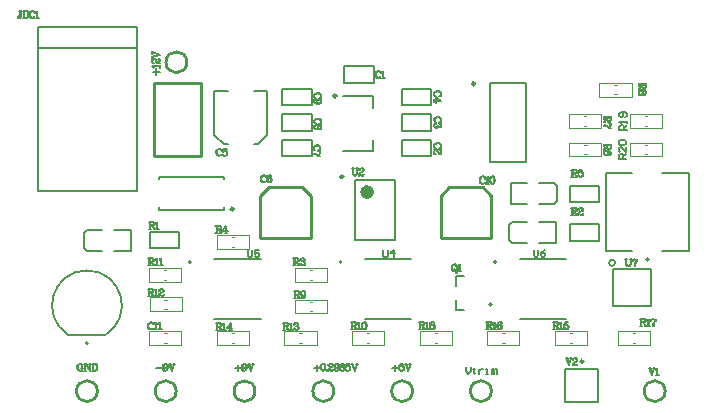
<source format=gbr>
%TF.GenerationSoftware,Altium Limited,Altium Designer,24.9.1 (31)*%
G04 Layer_Color=65535*
%FSLAX45Y45*%
%MOMM*%
%TF.SameCoordinates,1ED834A1-E46C-4F5A-A45D-C8FB9AE456DD*%
%TF.FilePolarity,Positive*%
%TF.FileFunction,Legend,Top*%
%TF.Part,Single*%
G01*
G75*
%TA.AperFunction,NonConductor*%
%ADD39C,0.25400*%
%ADD40C,0.20000*%
%ADD41C,0.60000*%
%ADD42C,0.25000*%
%ADD43C,0.12700*%
%ADD44C,0.10160*%
%ADD45C,0.17780*%
%ADD46C,0.15240*%
D39*
X1538900Y3270000D02*
G03*
X1538900Y3270000I-88900J0D01*
G01*
X1448789Y485000D02*
G03*
X1448789Y485000I-88900J0D01*
G01*
X3449937D02*
G03*
X3449937Y485000I-88900J0D01*
G01*
X2782888D02*
G03*
X2782888Y485000I-88900J0D01*
G01*
X5589112Y485000D02*
G03*
X5589112Y485000I-88900J0D01*
G01*
X4116986Y485000D02*
G03*
X4116986Y485000I-88900J0D01*
G01*
X2115839D02*
G03*
X2115839Y485000I-88900J0D01*
G01*
X781740D02*
G03*
X781740Y485000I-88900J0D01*
G01*
X2161665Y1785433D02*
X2591665D01*
X2517265Y2215433D02*
X2591665Y2141033D01*
Y1785433D02*
Y2141033D01*
X2236065Y2215433D02*
X2517265D01*
X2161665Y2141033D02*
X2236065Y2215433D01*
X2161665Y1785433D02*
Y2141033D01*
X3686987Y1785433D02*
X4116987D01*
X4042587Y2215433D02*
X4116987Y2141033D01*
Y1785433D02*
Y2141033D01*
X3761387Y2215433D02*
X4042587D01*
X3686987Y2141033D02*
X3761387Y2215433D01*
X3686987Y1785433D02*
Y2141033D01*
X1259380Y3097300D02*
X1658160D01*
X1259380Y2480080D02*
X1658160D01*
Y3097300D01*
X1259380Y2480080D02*
Y3097300D01*
D40*
X1573535Y1577843D02*
G03*
X1573535Y1577843I-10000J0D01*
G01*
X5448548Y1598564D02*
G03*
X5448548Y1598564I-10000J0D01*
G01*
X702840Y891193D02*
G03*
X702840Y891193I-10000J0D01*
G01*
X2850554Y1577843D02*
G03*
X2850554Y1577843I-10000J0D01*
G01*
X4158158Y1579509D02*
G03*
X4158158Y1579509I-10000J0D01*
G01*
X4119687Y1218172D02*
G03*
X4119687Y1218172I-10000J0D01*
G01*
X1771389Y2654881D02*
Y3024881D01*
X1851389Y2574881D02*
X1886389D01*
X1771389Y2654881D02*
X1851389Y2574881D01*
X1771389Y3024881D02*
X1886389D01*
X2106389D02*
X2221389D01*
X2141389Y2574881D02*
X2221389Y2654881D01*
X2106389Y2574881D02*
X2141389D01*
X2221389Y2654881D02*
Y3024881D01*
X2965000Y1760933D02*
X3300000D01*
X2965000Y2270933D02*
X3300000D01*
Y1760933D02*
Y2270933D01*
X2965000Y1760933D02*
Y2270933D01*
X4743456Y393400D02*
Y673400D01*
X4743457Y393400D02*
X5023456D01*
Y673399D01*
X4743456Y673400D02*
X5023456D01*
X1306840Y2278093D02*
Y2300593D01*
X1856840Y2278093D02*
Y2300593D01*
X1306840Y2020593D02*
Y2043093D01*
X1856840Y2020593D02*
Y2043093D01*
X1306840Y2300593D02*
X1856840D01*
X1306840Y2020593D02*
X1856840D01*
X3117574Y2520372D02*
Y2615372D01*
X2857574Y2520372D02*
X3117574D01*
Y2885372D02*
Y2980372D01*
X2857574D02*
X3117574D01*
X4102039Y2423562D02*
X4412039D01*
X4102039Y3093562D02*
X4412039D01*
Y2423562D02*
Y3093562D01*
X4102039Y2423562D02*
Y3093562D01*
X1255736Y3191142D02*
X1307153D01*
X1281444Y3165434D02*
Y3216851D01*
X1258592Y3224564D02*
X1255736Y3230277D01*
X1247166Y3238846D01*
X1307153D01*
X1250023Y3235990D02*
X1307153D01*
Y3224564D02*
Y3250272D01*
X1258592Y3263413D02*
X1261449Y3266269D01*
X1264305Y3263413D01*
X1261449Y3260556D01*
X1258592D01*
X1252879Y3263413D01*
X1250023Y3266269D01*
X1247166Y3274839D01*
Y3286265D01*
X1250023Y3294834D01*
X1252879Y3297691D01*
X1258592Y3300547D01*
X1264305D01*
X1270018Y3297691D01*
X1275731Y3289121D01*
X1281444Y3274839D01*
X1284301Y3269126D01*
X1290014Y3263413D01*
X1298584Y3260556D01*
X1307153D01*
X1247166Y3286265D02*
X1250023Y3291978D01*
X1252879Y3294834D01*
X1258592Y3297691D01*
X1264305D01*
X1270018Y3294834D01*
X1275731Y3286265D01*
X1281444Y3274839D01*
X1301440Y3260556D02*
X1298584Y3263413D01*
Y3269126D01*
X1304297Y3283408D01*
Y3291978D01*
X1301440Y3297691D01*
X1298584Y3300547D01*
X1292870D01*
X1298584Y3269126D02*
X1307153Y3283408D01*
Y3294834D01*
X1304297Y3297691D01*
X1298584Y3300547D01*
X1247166Y3315116D02*
X1307153Y3335111D01*
X1247166Y3317972D02*
X1298584Y3335111D01*
X1247166Y3355107D02*
X1307153Y3335111D01*
X1247166Y3309403D02*
Y3326542D01*
Y3343681D02*
Y3360820D01*
X1829287Y2528844D02*
X1832143Y2520274D01*
Y2537414D01*
X1829287Y2528844D01*
X1823574Y2534557D01*
X1815004Y2537414D01*
X1809291D01*
X1800722Y2534557D01*
X1795009Y2528844D01*
X1792152Y2523131D01*
X1789296Y2514561D01*
Y2500279D01*
X1792152Y2491709D01*
X1795009Y2485996D01*
X1800722Y2480283D01*
X1809291Y2477427D01*
X1815004D01*
X1823574Y2480283D01*
X1829287Y2485996D01*
X1832143Y2491709D01*
X1809291Y2537414D02*
X1803578Y2534557D01*
X1797865Y2528844D01*
X1795009Y2523131D01*
X1792152Y2514561D01*
Y2500279D01*
X1795009Y2491709D01*
X1797865Y2485996D01*
X1803578Y2480283D01*
X1809291Y2477427D01*
X1846426Y2537414D02*
X1840713Y2508848D01*
X1846426Y2514561D01*
X1854996Y2517418D01*
X1863565D01*
X1872135Y2514561D01*
X1877848Y2508848D01*
X1880704Y2500279D01*
Y2494566D01*
X1877848Y2485996D01*
X1872135Y2480283D01*
X1863565Y2477427D01*
X1854996D01*
X1846426Y2480283D01*
X1843570Y2483140D01*
X1840713Y2488853D01*
Y2491709D01*
X1843570Y2494566D01*
X1846426Y2491709D01*
X1843570Y2488853D01*
X1863565Y2517418D02*
X1869278Y2514561D01*
X1874991Y2508848D01*
X1877848Y2500279D01*
Y2494566D01*
X1874991Y2485996D01*
X1869278Y2480283D01*
X1863565Y2477427D01*
X1846426Y2537414D02*
X1874991D01*
X1846426Y2534557D02*
X1860709D01*
X1874991Y2537414D01*
X1250932Y1059892D02*
X1253788Y1051323D01*
Y1068462D01*
X1250932Y1059892D01*
X1245219Y1065605D01*
X1236649Y1068462D01*
X1230936D01*
X1222367Y1065605D01*
X1216654Y1059892D01*
X1213797Y1054179D01*
X1210941Y1045610D01*
Y1031327D01*
X1213797Y1022757D01*
X1216654Y1017044D01*
X1222367Y1011331D01*
X1230936Y1008475D01*
X1236649D01*
X1245219Y1011331D01*
X1250932Y1017044D01*
X1253788Y1022757D01*
X1230936Y1068462D02*
X1225223Y1065605D01*
X1219510Y1059892D01*
X1216654Y1054179D01*
X1213797Y1045610D01*
Y1031327D01*
X1216654Y1022757D01*
X1219510Y1017044D01*
X1225223Y1011331D01*
X1230936Y1008475D01*
X1262358Y1057036D02*
X1268071Y1059892D01*
X1276641Y1068462D01*
Y1008475D01*
X1273784Y1065605D02*
Y1008475D01*
X1262358D02*
X1288067D01*
X1298350Y1057036D02*
X1304063Y1059892D01*
X1312633Y1068462D01*
Y1008475D01*
X1309777Y1065605D02*
Y1008475D01*
X1298350D02*
X1324059D01*
X1277620Y683608D02*
X1329037D01*
X1373885Y697891D02*
X1371029Y689322D01*
X1365316Y683608D01*
X1356746Y680752D01*
X1353889D01*
X1345320Y683608D01*
X1339607Y689322D01*
X1336750Y697891D01*
Y700748D01*
X1339607Y709317D01*
X1345320Y715030D01*
X1353889Y717887D01*
X1359602D01*
X1368172Y715030D01*
X1373885Y709317D01*
X1376741Y700748D01*
Y683608D01*
X1373885Y672183D01*
X1371029Y666469D01*
X1365316Y660756D01*
X1356746Y657900D01*
X1348176D01*
X1342463Y660756D01*
X1339607Y666469D01*
Y669326D01*
X1342463Y672183D01*
X1345320Y669326D01*
X1342463Y666469D01*
X1353889Y680752D02*
X1348176Y683608D01*
X1342463Y689322D01*
X1339607Y697891D01*
Y700748D01*
X1342463Y709317D01*
X1348176Y715030D01*
X1353889Y717887D01*
X1359602D02*
X1365316Y715030D01*
X1371029Y709317D01*
X1373885Y700748D01*
Y683608D01*
X1371029Y672183D01*
X1368172Y666469D01*
X1362459Y660756D01*
X1356746Y657900D01*
X1391310Y717887D02*
X1411305Y657900D01*
X1394166Y717887D02*
X1411305Y666469D01*
X1431301Y717887D02*
X1411305Y657900D01*
X1385597Y717887D02*
X1402736D01*
X1419875D02*
X1437014D01*
X132072Y3704927D02*
Y3656366D01*
X129216Y3647796D01*
X123503Y3644940D01*
X117789D01*
X112076Y3647796D01*
X109220Y3653509D01*
Y3659223D01*
X112076Y3662079D01*
X114933Y3659223D01*
X112076Y3656366D01*
X129216Y3704927D02*
Y3656366D01*
X126359Y3647796D01*
X123503Y3644940D01*
X120646Y3704927D02*
X140642D01*
X158923D02*
Y3644940D01*
X161780Y3704927D02*
Y3644940D01*
X150354Y3704927D02*
X178919D01*
X187489Y3702070D01*
X193202Y3696357D01*
X196059Y3690644D01*
X198915Y3682075D01*
Y3667792D01*
X196059Y3659223D01*
X193202Y3653509D01*
X187489Y3647796D01*
X178919Y3644940D01*
X150354D01*
X178919Y3704927D02*
X184632Y3702070D01*
X190345Y3696357D01*
X193202Y3690644D01*
X196059Y3682075D01*
Y3667792D01*
X193202Y3659223D01*
X190345Y3653509D01*
X184632Y3647796D01*
X178919Y3644940D01*
X246905Y3696357D02*
X249761Y3687788D01*
Y3704927D01*
X246905Y3696357D01*
X241192Y3702070D01*
X232622Y3704927D01*
X226909D01*
X218339Y3702070D01*
X212626Y3696357D01*
X209770Y3690644D01*
X206913Y3682075D01*
Y3667792D01*
X209770Y3659223D01*
X212626Y3653509D01*
X218339Y3647796D01*
X226909Y3644940D01*
X232622D01*
X241192Y3647796D01*
X246905Y3653509D01*
X249761Y3659223D01*
X226909Y3704927D02*
X221196Y3702070D01*
X215483Y3696357D01*
X212626Y3690644D01*
X209770Y3682075D01*
Y3667792D01*
X212626Y3659223D01*
X215483Y3653509D01*
X221196Y3647796D01*
X226909Y3644940D01*
X258331Y3693501D02*
X264044Y3696357D01*
X272613Y3704927D01*
Y3644940D01*
X269757Y3702070D02*
Y3644940D01*
X258331D02*
X284039D01*
X2052516Y1677490D02*
Y1627507D01*
X2062513Y1617510D01*
X2082507D01*
X2092503Y1627507D01*
Y1677490D01*
X2152484D02*
X2112497D01*
Y1647500D01*
X2132491Y1657497D01*
X2142487D01*
X2152484Y1647500D01*
Y1627507D01*
X2142487Y1617510D01*
X2122494D01*
X2112497Y1627507D01*
X5253593Y2451785D02*
X5193613D01*
Y2481775D01*
X5203610Y2491772D01*
X5223603D01*
X5233600Y2481775D01*
Y2451785D01*
Y2471779D02*
X5253593Y2491772D01*
Y2551753D02*
Y2511766D01*
X5213606Y2551753D01*
X5203610D01*
X5193613Y2541756D01*
Y2521762D01*
X5203610Y2511766D01*
Y2571746D02*
X5193613Y2581743D01*
Y2601736D01*
X5203610Y2611733D01*
X5243597D01*
X5253593Y2601736D01*
Y2581743D01*
X5243597Y2571746D01*
X5203610D01*
X5261093Y2695388D02*
X5201113D01*
Y2725378D01*
X5211110Y2735375D01*
X5231103D01*
X5241100Y2725378D01*
Y2695388D01*
Y2715381D02*
X5261093Y2735375D01*
Y2755368D02*
Y2775362D01*
Y2765365D01*
X5201113D01*
X5211110Y2755368D01*
X5251097Y2805352D02*
X5261093Y2815348D01*
Y2835342D01*
X5251097Y2845339D01*
X5211110D01*
X5201113Y2835342D01*
Y2815348D01*
X5211110Y2805352D01*
X5221106D01*
X5231103Y2815348D01*
Y2845339D01*
X3902542Y692490D02*
Y652503D01*
X3922536Y632510D01*
X3942529Y652503D01*
Y692490D01*
X3972520Y682493D02*
Y672497D01*
X3962523D01*
X3982517D01*
X3972520D01*
Y642506D01*
X3982517Y632510D01*
X4012507Y672497D02*
Y632510D01*
Y652503D01*
X4022503Y662500D01*
X4032500Y672497D01*
X4042497D01*
X4072487Y632510D02*
X4092481D01*
X4082484D01*
Y672497D01*
X4072487D01*
X4122471Y632510D02*
Y672497D01*
X4132467D01*
X4142464Y662500D01*
Y632510D01*
Y662500D01*
X4152461Y672497D01*
X4162458Y662500D01*
Y632510D01*
X4474674Y1684000D02*
Y1634016D01*
X4484671Y1624019D01*
X4504665D01*
X4514661Y1634016D01*
Y1684000D01*
X4574642D02*
X4554648Y1674003D01*
X4534655Y1654010D01*
Y1634016D01*
X4544652Y1624019D01*
X4564645D01*
X4574642Y1634016D01*
Y1644013D01*
X4564645Y1654010D01*
X4534655D01*
X3201587Y1682195D02*
Y1632211D01*
X3211583Y1622214D01*
X3231577D01*
X3241574Y1632211D01*
Y1682195D01*
X3291558Y1622214D02*
Y1682195D01*
X3261567Y1652205D01*
X3301554D01*
X5455608Y677561D02*
X5475603Y617574D01*
X5458464Y677561D02*
X5475603Y626143D01*
X5495599Y677561D02*
X5475603Y617574D01*
X5449895Y677561D02*
X5467034D01*
X5484173D02*
X5501312D01*
X5509025Y666135D02*
X5514738Y668991D01*
X5523308Y677561D01*
Y617574D01*
X5520451Y674704D02*
Y617574D01*
X5509025D02*
X5534734D01*
X5257051Y1601976D02*
Y1559129D01*
X5259908Y1550559D01*
X5265621Y1544846D01*
X5274190Y1541990D01*
X5279904D01*
X5288473Y1544846D01*
X5294186Y1550559D01*
X5297043Y1559129D01*
Y1601976D01*
X5259908D02*
Y1559129D01*
X5262764Y1550559D01*
X5268477Y1544846D01*
X5274190Y1541990D01*
X5248482Y1601976D02*
X5268477D01*
X5288473D02*
X5305612D01*
X5312754D02*
Y1584837D01*
Y1590551D02*
X5315610Y1596264D01*
X5321323Y1601976D01*
X5327036D01*
X5341319Y1593407D01*
X5347032D01*
X5349888Y1596264D01*
X5352745Y1601976D01*
X5315610Y1596264D02*
X5321323Y1599120D01*
X5327036D01*
X5341319Y1593407D01*
X5352745Y1601976D02*
Y1593407D01*
X5349888Y1584837D01*
X5338462Y1570555D01*
X5335606Y1564842D01*
X5332749Y1556272D01*
Y1541990D01*
X5349888Y1584837D02*
X5335606Y1570555D01*
X5332749Y1564842D01*
X5329893Y1556272D01*
Y1541990D01*
X2941438Y2370834D02*
Y2327986D01*
X2944295Y2319417D01*
X2950008Y2313704D01*
X2958577Y2310847D01*
X2964290D01*
X2972860Y2313704D01*
X2978573Y2319417D01*
X2981429Y2327986D01*
Y2370834D01*
X2944295D02*
Y2327986D01*
X2947151Y2319417D01*
X2952864Y2313704D01*
X2958577Y2310847D01*
X2932868Y2370834D02*
X2952864D01*
X2972860D02*
X2989999D01*
X2999997Y2359408D02*
X3002853Y2356552D01*
X2999997Y2353695D01*
X2997140Y2356552D01*
Y2359408D01*
X2999997Y2365121D01*
X3002853Y2367978D01*
X3011423Y2370834D01*
X3022849D01*
X3031419Y2367978D01*
X3034275Y2365121D01*
X3037132Y2359408D01*
Y2353695D01*
X3034275Y2347982D01*
X3025706Y2342269D01*
X3011423Y2336556D01*
X3005710Y2333699D01*
X2999997Y2327986D01*
X2997140Y2319417D01*
Y2310847D01*
X3022849Y2370834D02*
X3028562Y2367978D01*
X3031419Y2365121D01*
X3034275Y2359408D01*
Y2353695D01*
X3031419Y2347982D01*
X3022849Y2342269D01*
X3011423Y2336556D01*
X2997140Y2316560D02*
X2999997Y2319417D01*
X3005710D01*
X3019992Y2313704D01*
X3028562D01*
X3034275Y2316560D01*
X3037132Y2319417D01*
Y2325130D01*
X3005710Y2319417D02*
X3019992Y2310847D01*
X3031419D01*
X3034275Y2313704D01*
X3037132Y2319417D01*
X3510083Y1072494D02*
Y1012507D01*
X3512939Y1072494D02*
Y1012507D01*
X3501513Y1072494D02*
X3535792D01*
X3544361Y1069637D01*
X3547218Y1066781D01*
X3550074Y1061068D01*
Y1055355D01*
X3547218Y1049642D01*
X3544361Y1046785D01*
X3535792Y1043929D01*
X3512939D01*
X3535792Y1072494D02*
X3541504Y1069637D01*
X3544361Y1066781D01*
X3547218Y1061068D01*
Y1055355D01*
X3544361Y1049642D01*
X3541504Y1046785D01*
X3535792Y1043929D01*
X3501513Y1012507D02*
X3521509D01*
X3527222Y1043929D02*
X3532935Y1041072D01*
X3535792Y1038215D01*
X3544361Y1018220D01*
X3547218Y1015363D01*
X3550074D01*
X3552931Y1018220D01*
X3532935Y1041072D02*
X3535792Y1035359D01*
X3541504Y1015363D01*
X3544361Y1012507D01*
X3550074D01*
X3552931Y1018220D01*
Y1021076D01*
X3560643Y1061068D02*
X3566356Y1063924D01*
X3574926Y1072494D01*
Y1012507D01*
X3572070Y1069637D02*
Y1012507D01*
X3560643D02*
X3586352D01*
X3610918Y1072494D02*
X3602349Y1069637D01*
X3599492Y1063924D01*
Y1055355D01*
X3602349Y1049642D01*
X3610918Y1046785D01*
X3622344D01*
X3630914Y1049642D01*
X3633770Y1055355D01*
Y1063924D01*
X3630914Y1069637D01*
X3622344Y1072494D01*
X3610918D01*
X3605205Y1069637D01*
X3602349Y1063924D01*
Y1055355D01*
X3605205Y1049642D01*
X3610918Y1046785D01*
X3622344D02*
X3628058Y1049642D01*
X3630914Y1055355D01*
Y1063924D01*
X3628058Y1069637D01*
X3622344Y1072494D01*
X3610918Y1046785D02*
X3602349Y1043929D01*
X3599492Y1041072D01*
X3596636Y1035359D01*
Y1023933D01*
X3599492Y1018220D01*
X3602349Y1015363D01*
X3610918Y1012507D01*
X3622344D01*
X3630914Y1015363D01*
X3633770Y1018220D01*
X3636627Y1023933D01*
Y1035359D01*
X3633770Y1041072D01*
X3630914Y1043929D01*
X3622344Y1046785D01*
X3610918D02*
X3605205Y1043929D01*
X3602349Y1041072D01*
X3599492Y1035359D01*
Y1023933D01*
X3602349Y1018220D01*
X3605205Y1015363D01*
X3610918Y1012507D01*
X3622344D02*
X3628058Y1015363D01*
X3630914Y1018220D01*
X3633770Y1023933D01*
Y1035359D01*
X3630914Y1041072D01*
X3628058Y1043929D01*
X3622344Y1046785D01*
X5383650Y1099674D02*
Y1039687D01*
X5386507Y1099674D02*
Y1039687D01*
X5375081Y1099674D02*
X5409359D01*
X5417929Y1096817D01*
X5420785Y1093961D01*
X5423642Y1088248D01*
Y1082535D01*
X5420785Y1076822D01*
X5417929Y1073965D01*
X5409359Y1071109D01*
X5386507D01*
X5409359Y1099674D02*
X5415072Y1096817D01*
X5417929Y1093961D01*
X5420785Y1088248D01*
Y1082535D01*
X5417929Y1076822D01*
X5415072Y1073965D01*
X5409359Y1071109D01*
X5375081Y1039687D02*
X5395077D01*
X5400790Y1071109D02*
X5406503Y1068252D01*
X5409359Y1065395D01*
X5417929Y1045400D01*
X5420785Y1042543D01*
X5423642D01*
X5426498Y1045400D01*
X5406503Y1068252D02*
X5409359Y1062539D01*
X5415072Y1042543D01*
X5417929Y1039687D01*
X5423642D01*
X5426498Y1045400D01*
Y1048256D01*
X5434211Y1088248D02*
X5439924Y1091104D01*
X5448494Y1099674D01*
Y1039687D01*
X5445637Y1096817D02*
Y1039687D01*
X5434211D02*
X5459920D01*
X5470203Y1099674D02*
Y1082535D01*
Y1088248D02*
X5473060Y1093961D01*
X5478773Y1099674D01*
X5484486D01*
X5498769Y1091104D01*
X5504482D01*
X5507338Y1093961D01*
X5510195Y1099674D01*
X5473060Y1093961D02*
X5478773Y1096817D01*
X5484486D01*
X5498769Y1091104D01*
X5510195Y1099674D02*
Y1091104D01*
X5507338Y1082535D01*
X5495912Y1068252D01*
X5493056Y1062539D01*
X5490199Y1053969D01*
Y1039687D01*
X5507338Y1082535D02*
X5493056Y1068252D01*
X5490199Y1062539D01*
X5487343Y1053969D01*
Y1039687D01*
X4081378Y1069994D02*
Y1010007D01*
X4084235Y1069994D02*
Y1010007D01*
X4072809Y1069994D02*
X4107087D01*
X4115657Y1067137D01*
X4118513Y1064281D01*
X4121370Y1058568D01*
Y1052854D01*
X4118513Y1047141D01*
X4115657Y1044285D01*
X4107087Y1041428D01*
X4084235D01*
X4107087Y1069994D02*
X4112800Y1067137D01*
X4115657Y1064281D01*
X4118513Y1058568D01*
Y1052854D01*
X4115657Y1047141D01*
X4112800Y1044285D01*
X4107087Y1041428D01*
X4072809Y1010007D02*
X4092805D01*
X4098518Y1041428D02*
X4104231Y1038572D01*
X4107087Y1035715D01*
X4115657Y1015720D01*
X4118513Y1012863D01*
X4121370D01*
X4124226Y1015720D01*
X4104231Y1038572D02*
X4107087Y1032859D01*
X4112800Y1012863D01*
X4115657Y1010007D01*
X4121370D01*
X4124226Y1015720D01*
Y1018576D01*
X4131939Y1058568D02*
X4137652Y1061424D01*
X4146222Y1069994D01*
Y1010007D01*
X4143365Y1067137D02*
Y1010007D01*
X4131939D02*
X4157648D01*
X4202210Y1061424D02*
X4199353Y1058568D01*
X4202210Y1055711D01*
X4205066Y1058568D01*
Y1061424D01*
X4202210Y1067137D01*
X4196497Y1069994D01*
X4187927D01*
X4179358Y1067137D01*
X4173644Y1061424D01*
X4170788Y1055711D01*
X4167931Y1044285D01*
Y1027146D01*
X4170788Y1018576D01*
X4176501Y1012863D01*
X4185071Y1010007D01*
X4190784D01*
X4199353Y1012863D01*
X4205066Y1018576D01*
X4207923Y1027146D01*
Y1030002D01*
X4205066Y1038572D01*
X4199353Y1044285D01*
X4190784Y1047141D01*
X4187927D01*
X4179358Y1044285D01*
X4173644Y1038572D01*
X4170788Y1030002D01*
X4187927Y1069994D02*
X4182214Y1067137D01*
X4176501Y1061424D01*
X4173644Y1055711D01*
X4170788Y1044285D01*
Y1027146D01*
X4173644Y1018576D01*
X4179358Y1012863D01*
X4185071Y1010007D01*
X4190784D02*
X4196497Y1012863D01*
X4202210Y1018576D01*
X4205066Y1027146D01*
Y1030002D01*
X4202210Y1038572D01*
X4196497Y1044285D01*
X4190784Y1047141D01*
X1790460Y1059686D02*
Y999699D01*
X1793317Y1059686D02*
Y999699D01*
X1781891Y1059686D02*
X1816169D01*
X1824739Y1056829D01*
X1827595Y1053973D01*
X1830452Y1048260D01*
Y1042547D01*
X1827595Y1036834D01*
X1824739Y1033977D01*
X1816169Y1031121D01*
X1793317D01*
X1816169Y1059686D02*
X1821882Y1056829D01*
X1824739Y1053973D01*
X1827595Y1048260D01*
Y1042547D01*
X1824739Y1036834D01*
X1821882Y1033977D01*
X1816169Y1031121D01*
X1781891Y999699D02*
X1801886D01*
X1807599Y1031121D02*
X1813313Y1028264D01*
X1816169Y1025408D01*
X1824739Y1005412D01*
X1827595Y1002556D01*
X1830452D01*
X1833308Y1005412D01*
X1813313Y1028264D02*
X1816169Y1022551D01*
X1821882Y1002556D01*
X1824739Y999699D01*
X1830452D01*
X1833308Y1005412D01*
Y1008268D01*
X1841021Y1048260D02*
X1846734Y1051117D01*
X1855304Y1059686D01*
Y999699D01*
X1852447Y1056829D02*
Y999699D01*
X1841021D02*
X1866730D01*
X1905579Y1053973D02*
Y999699D01*
X1922718Y1016838D02*
X1877013D01*
X1908435Y1059686D01*
Y999699D01*
X1897009D02*
X1917005D01*
X4645097Y1068461D02*
Y1008474D01*
X4647954Y1068461D02*
Y1008474D01*
X4636527Y1068461D02*
X4670806D01*
X4679375Y1065605D01*
X4682232Y1062748D01*
X4685088Y1057035D01*
Y1051322D01*
X4682232Y1045609D01*
X4679375Y1042753D01*
X4670806Y1039896D01*
X4647954D01*
X4670806Y1068461D02*
X4676519Y1065605D01*
X4679375Y1062748D01*
X4682232Y1057035D01*
Y1051322D01*
X4679375Y1045609D01*
X4676519Y1042753D01*
X4670806Y1039896D01*
X4636527Y1008474D02*
X4656523D01*
X4662236Y1039896D02*
X4667949Y1037040D01*
X4670806Y1034183D01*
X4679375Y1014187D01*
X4682232Y1011331D01*
X4685088D01*
X4687945Y1014187D01*
X4667949Y1037040D02*
X4670806Y1031326D01*
X4676519Y1011331D01*
X4679375Y1008474D01*
X4685088D01*
X4687945Y1014187D01*
Y1017044D01*
X4695658Y1057035D02*
X4701371Y1059892D01*
X4709940Y1068461D01*
Y1008474D01*
X4707084Y1065605D02*
Y1008474D01*
X4695658D02*
X4721366D01*
X4737363Y1068461D02*
X4731650Y1039896D01*
X4737363Y1045609D01*
X4745933Y1048466D01*
X4754502D01*
X4763072Y1045609D01*
X4768785Y1039896D01*
X4771641Y1031326D01*
Y1025613D01*
X4768785Y1017044D01*
X4763072Y1011331D01*
X4754502Y1008474D01*
X4745933D01*
X4737363Y1011331D01*
X4734506Y1014187D01*
X4731650Y1019900D01*
Y1022757D01*
X4734506Y1025613D01*
X4737363Y1022757D01*
X4734506Y1019900D01*
X4754502Y1048466D02*
X4760215Y1045609D01*
X4765928Y1039896D01*
X4768785Y1031326D01*
Y1025613D01*
X4765928Y1017044D01*
X4760215Y1011331D01*
X4754502Y1008474D01*
X4737363Y1068461D02*
X4765928D01*
X4737363Y1065605D02*
X4751646D01*
X4765928Y1068461D01*
X2358276Y1064686D02*
Y1004699D01*
X2361133Y1064686D02*
Y1004699D01*
X2349707Y1064686D02*
X2383985D01*
X2392554Y1061829D01*
X2395411Y1058973D01*
X2398267Y1053260D01*
Y1047547D01*
X2395411Y1041834D01*
X2392554Y1038977D01*
X2383985Y1036121D01*
X2361133D01*
X2383985Y1064686D02*
X2389698Y1061829D01*
X2392554Y1058973D01*
X2395411Y1053260D01*
Y1047547D01*
X2392554Y1041834D01*
X2389698Y1038977D01*
X2383985Y1036121D01*
X2349707Y1004699D02*
X2369702D01*
X2375415Y1036121D02*
X2381128Y1033264D01*
X2383985Y1030408D01*
X2392554Y1010412D01*
X2395411Y1007556D01*
X2398267D01*
X2401124Y1010412D01*
X2381128Y1033264D02*
X2383985Y1027551D01*
X2389698Y1007556D01*
X2392554Y1004699D01*
X2398267D01*
X2401124Y1010412D01*
Y1013268D01*
X2408837Y1053260D02*
X2414550Y1056117D01*
X2423119Y1064686D01*
Y1004699D01*
X2420263Y1061829D02*
Y1004699D01*
X2408837D02*
X2434545D01*
X2447685Y1053260D02*
X2450542Y1050404D01*
X2447685Y1047547D01*
X2444829Y1050404D01*
Y1053260D01*
X2447685Y1058973D01*
X2450542Y1061829D01*
X2459112Y1064686D01*
X2470538D01*
X2479107Y1061829D01*
X2481964Y1056117D01*
Y1047547D01*
X2479107Y1041834D01*
X2470538Y1038977D01*
X2461968D01*
X2470538Y1064686D02*
X2476251Y1061829D01*
X2479107Y1056117D01*
Y1047547D01*
X2476251Y1041834D01*
X2470538Y1038977D01*
X2476251Y1036121D01*
X2481964Y1030408D01*
X2484820Y1024695D01*
Y1016125D01*
X2481964Y1010412D01*
X2479107Y1007556D01*
X2470538Y1004699D01*
X2459112D01*
X2450542Y1007556D01*
X2447685Y1010412D01*
X2444829Y1016125D01*
Y1018982D01*
X2447685Y1021838D01*
X2450542Y1018982D01*
X2447685Y1016125D01*
X2479107Y1033264D02*
X2481964Y1024695D01*
Y1016125D01*
X2479107Y1010412D01*
X2476251Y1007556D01*
X2470538Y1004699D01*
X1216013Y1349993D02*
Y1290007D01*
X1218869Y1349993D02*
Y1290007D01*
X1207443Y1349993D02*
X1241721D01*
X1250291Y1347137D01*
X1253148Y1344281D01*
X1256004Y1338568D01*
Y1332854D01*
X1253148Y1327141D01*
X1250291Y1324285D01*
X1241721Y1321428D01*
X1218869D01*
X1241721Y1349993D02*
X1247434Y1347137D01*
X1250291Y1344281D01*
X1253148Y1338568D01*
Y1332854D01*
X1250291Y1327141D01*
X1247434Y1324285D01*
X1241721Y1321428D01*
X1207443Y1290007D02*
X1227439D01*
X1233152Y1321428D02*
X1238865Y1318572D01*
X1241721Y1315715D01*
X1250291Y1295720D01*
X1253148Y1292863D01*
X1256004D01*
X1258861Y1295720D01*
X1238865Y1318572D02*
X1241721Y1312859D01*
X1247434Y1292863D01*
X1250291Y1290007D01*
X1256004D01*
X1258861Y1295720D01*
Y1298576D01*
X1266573Y1338568D02*
X1272286Y1341424D01*
X1280856Y1349993D01*
Y1290007D01*
X1277999Y1347137D02*
Y1290007D01*
X1266573D02*
X1292282D01*
X1305422Y1338568D02*
X1308279Y1335711D01*
X1305422Y1332854D01*
X1302566Y1335711D01*
Y1338568D01*
X1305422Y1344281D01*
X1308279Y1347137D01*
X1316848Y1349993D01*
X1328274D01*
X1336844Y1347137D01*
X1339700Y1344281D01*
X1342557Y1338568D01*
Y1332854D01*
X1339700Y1327141D01*
X1331131Y1321428D01*
X1316848Y1315715D01*
X1311135Y1312859D01*
X1305422Y1307146D01*
X1302566Y1298576D01*
Y1290007D01*
X1328274Y1349993D02*
X1333987Y1347137D01*
X1336844Y1344281D01*
X1339700Y1338568D01*
Y1332854D01*
X1336844Y1327141D01*
X1328274Y1321428D01*
X1316848Y1315715D01*
X1302566Y1295720D02*
X1305422Y1298576D01*
X1311135D01*
X1325418Y1292863D01*
X1333987D01*
X1339700Y1295720D01*
X1342557Y1298576D01*
Y1304289D01*
X1311135Y1298576D02*
X1325418Y1290007D01*
X1336844D01*
X1339700Y1292863D01*
X1342557Y1298576D01*
X1220654Y1609993D02*
Y1550007D01*
X1223511Y1609993D02*
Y1550007D01*
X1212085Y1609993D02*
X1246363D01*
X1254932Y1607137D01*
X1257789Y1604281D01*
X1260646Y1598568D01*
Y1592854D01*
X1257789Y1587141D01*
X1254932Y1584285D01*
X1246363Y1581428D01*
X1223511D01*
X1246363Y1609993D02*
X1252076Y1607137D01*
X1254932Y1604281D01*
X1257789Y1598568D01*
Y1592854D01*
X1254932Y1587141D01*
X1252076Y1584285D01*
X1246363Y1581428D01*
X1212085Y1550007D02*
X1232080D01*
X1237793Y1581428D02*
X1243507Y1578572D01*
X1246363Y1575715D01*
X1254932Y1555720D01*
X1257789Y1552863D01*
X1260646D01*
X1263502Y1555720D01*
X1243507Y1578572D02*
X1246363Y1572859D01*
X1252076Y1552863D01*
X1254932Y1550007D01*
X1260646D01*
X1263502Y1555720D01*
Y1558576D01*
X1271215Y1598568D02*
X1276928Y1601424D01*
X1285498Y1609993D01*
Y1550007D01*
X1282641Y1607137D02*
Y1550007D01*
X1271215D02*
X1296923D01*
X1307207Y1598568D02*
X1312920Y1601424D01*
X1321490Y1609993D01*
Y1550007D01*
X1318633Y1607137D02*
Y1550007D01*
X1307207D02*
X1332916D01*
X2933513Y1067494D02*
Y1007507D01*
X2936369Y1067494D02*
Y1007507D01*
X2924943Y1067494D02*
X2959221D01*
X2967791Y1064637D01*
X2970648Y1061781D01*
X2973504Y1056068D01*
Y1050355D01*
X2970648Y1044642D01*
X2967791Y1041785D01*
X2959221Y1038929D01*
X2936369D01*
X2959221Y1067494D02*
X2964934Y1064637D01*
X2967791Y1061781D01*
X2970648Y1056068D01*
Y1050355D01*
X2967791Y1044642D01*
X2964934Y1041785D01*
X2959221Y1038929D01*
X2924943Y1007507D02*
X2944939D01*
X2950652Y1038929D02*
X2956365Y1036072D01*
X2959221Y1033215D01*
X2967791Y1013220D01*
X2970648Y1010363D01*
X2973504D01*
X2976361Y1013220D01*
X2956365Y1036072D02*
X2959221Y1030359D01*
X2964934Y1010363D01*
X2967791Y1007507D01*
X2973504D01*
X2976361Y1013220D01*
Y1016076D01*
X2984073Y1056068D02*
X2989786Y1058924D01*
X2998356Y1067494D01*
Y1007507D01*
X2995499Y1064637D02*
Y1007507D01*
X2984073D02*
X3009782D01*
X3037205Y1067494D02*
X3028635Y1064637D01*
X3022922Y1056068D01*
X3020066Y1041785D01*
Y1033215D01*
X3022922Y1018933D01*
X3028635Y1010363D01*
X3037205Y1007507D01*
X3042918D01*
X3051487Y1010363D01*
X3057200Y1018933D01*
X3060057Y1033215D01*
Y1041785D01*
X3057200Y1056068D01*
X3051487Y1064637D01*
X3042918Y1067494D01*
X3037205D01*
X3031492Y1064637D01*
X3028635Y1061781D01*
X3025779Y1056068D01*
X3022922Y1041785D01*
Y1033215D01*
X3025779Y1018933D01*
X3028635Y1013220D01*
X3031492Y1010363D01*
X3037205Y1007507D01*
X3042918D02*
X3048631Y1010363D01*
X3051487Y1013220D01*
X3054344Y1018933D01*
X3057200Y1033215D01*
Y1041785D01*
X3054344Y1056068D01*
X3051487Y1061781D01*
X3048631Y1064637D01*
X3042918Y1067494D01*
X2451150Y1331695D02*
Y1271708D01*
X2454007Y1331695D02*
Y1271708D01*
X2442581Y1331695D02*
X2476859D01*
X2485429Y1328839D01*
X2488285Y1325982D01*
X2491142Y1320269D01*
Y1314556D01*
X2488285Y1308843D01*
X2485429Y1305986D01*
X2476859Y1303130D01*
X2454007D01*
X2476859Y1331695D02*
X2482572Y1328839D01*
X2485429Y1325982D01*
X2488285Y1320269D01*
Y1314556D01*
X2485429Y1308843D01*
X2482572Y1305986D01*
X2476859Y1303130D01*
X2442581Y1271708D02*
X2462576D01*
X2468289Y1303130D02*
X2474003Y1300273D01*
X2476859Y1297417D01*
X2485429Y1277421D01*
X2488285Y1274565D01*
X2491142D01*
X2493998Y1277421D01*
X2474003Y1300273D02*
X2476859Y1294560D01*
X2482572Y1274565D01*
X2485429Y1271708D01*
X2491142D01*
X2493998Y1277421D01*
Y1280278D01*
X2538846Y1311699D02*
X2535989Y1303130D01*
X2530276Y1297417D01*
X2521707Y1294560D01*
X2518850D01*
X2510280Y1297417D01*
X2504568Y1303130D01*
X2501711Y1311699D01*
Y1314556D01*
X2504568Y1323126D01*
X2510280Y1328839D01*
X2518850Y1331695D01*
X2524563D01*
X2533133Y1328839D01*
X2538846Y1323126D01*
X2541702Y1314556D01*
Y1297417D01*
X2538846Y1285991D01*
X2535989Y1280278D01*
X2530276Y1274565D01*
X2521707Y1271708D01*
X2513137D01*
X2507424Y1274565D01*
X2504568Y1280278D01*
Y1283134D01*
X2507424Y1285991D01*
X2510280Y1283134D01*
X2507424Y1280278D01*
X2518850Y1294560D02*
X2513137Y1297417D01*
X2507424Y1303130D01*
X2504568Y1311699D01*
Y1314556D01*
X2507424Y1323126D01*
X2513137Y1328839D01*
X2518850Y1331695D01*
X2524563D02*
X2530276Y1328839D01*
X2535989Y1323126D01*
X2538846Y1314556D01*
Y1297417D01*
X2535989Y1285991D01*
X2533133Y1280278D01*
X2527420Y1274565D01*
X2521707Y1271708D01*
X5423260Y3083204D02*
X5363273D01*
X5423260Y3080347D02*
X5363273D01*
X5423260Y3091773D02*
Y3057495D01*
X5420403Y3048926D01*
X5417547Y3046069D01*
X5411834Y3043212D01*
X5406121D01*
X5400408Y3046069D01*
X5397551Y3048926D01*
X5394695Y3057495D01*
Y3080347D01*
X5423260Y3057495D02*
X5420403Y3051782D01*
X5417547Y3048926D01*
X5411834Y3046069D01*
X5406121D01*
X5400408Y3048926D01*
X5397551Y3051782D01*
X5394695Y3057495D01*
X5363273Y3091773D02*
Y3071778D01*
X5394695Y3066065D02*
X5391838Y3060352D01*
X5388982Y3057495D01*
X5368986Y3048926D01*
X5366129Y3046069D01*
Y3043212D01*
X5368986Y3040356D01*
X5391838Y3060352D02*
X5386125Y3057495D01*
X5366129Y3051782D01*
X5363273Y3048926D01*
Y3043212D01*
X5368986Y3040356D01*
X5371842D01*
X5423260Y3018360D02*
X5420403Y3026930D01*
X5414690Y3029787D01*
X5406121D01*
X5400408Y3026930D01*
X5397551Y3018360D01*
Y3006935D01*
X5400408Y2998365D01*
X5406121Y2995508D01*
X5414690D01*
X5420403Y2998365D01*
X5423260Y3006935D01*
Y3018360D01*
X5420403Y3024074D01*
X5414690Y3026930D01*
X5406121D01*
X5400408Y3024074D01*
X5397551Y3018360D01*
Y3006935D02*
X5400408Y3001221D01*
X5406121Y2998365D01*
X5414690D01*
X5420403Y3001221D01*
X5423260Y3006935D01*
X5397551Y3018360D02*
X5394695Y3026930D01*
X5391838Y3029787D01*
X5386125Y3032643D01*
X5374699D01*
X5368986Y3029787D01*
X5366129Y3026930D01*
X5363273Y3018360D01*
Y3006935D01*
X5366129Y2998365D01*
X5368986Y2995508D01*
X5374699Y2992652D01*
X5386125D01*
X5391838Y2995508D01*
X5394695Y2998365D01*
X5397551Y3006935D01*
Y3018360D02*
X5394695Y3024074D01*
X5391838Y3026930D01*
X5386125Y3029787D01*
X5374699D01*
X5368986Y3026930D01*
X5366129Y3024074D01*
X5363273Y3018360D01*
Y3006935D02*
X5366129Y3001221D01*
X5368986Y2998365D01*
X5374699Y2995508D01*
X5386125D01*
X5391838Y2998365D01*
X5394695Y3001221D01*
X5397551Y3006935D01*
X5128278Y2803411D02*
X5068291D01*
X5128278Y2800554D02*
X5068291D01*
X5128278Y2811980D02*
Y2777702D01*
X5125421Y2769132D01*
X5122565Y2766276D01*
X5116852Y2763419D01*
X5111139D01*
X5105426Y2766276D01*
X5102569Y2769132D01*
X5099713Y2777702D01*
Y2800554D01*
X5128278Y2777702D02*
X5125421Y2771989D01*
X5122565Y2769132D01*
X5116852Y2766276D01*
X5111139D01*
X5105426Y2769132D01*
X5102569Y2771989D01*
X5099713Y2777702D01*
X5068291Y2811980D02*
Y2791985D01*
X5099713Y2786272D02*
X5096856Y2780558D01*
X5093999Y2777702D01*
X5074004Y2769132D01*
X5071147Y2766276D01*
Y2763419D01*
X5074004Y2760563D01*
X5096856Y2780558D02*
X5091143Y2777702D01*
X5071147Y2771989D01*
X5068291Y2769132D01*
Y2763419D01*
X5074004Y2760563D01*
X5076860D01*
X5128278Y2752850D02*
X5111139D01*
X5116852D02*
X5122565Y2749993D01*
X5128278Y2744281D01*
Y2738567D01*
X5119708Y2724285D01*
Y2718572D01*
X5122565Y2715715D01*
X5128278Y2712859D01*
X5122565Y2749993D02*
X5125421Y2744281D01*
Y2738567D01*
X5119708Y2724285D01*
X5128278Y2712859D02*
X5119708D01*
X5111139Y2715715D01*
X5096856Y2727141D01*
X5091143Y2729998D01*
X5082574Y2732854D01*
X5068291D01*
X5111139Y2715715D02*
X5096856Y2729998D01*
X5091143Y2732854D01*
X5082574Y2735711D01*
X5068291D01*
X5128278Y2571626D02*
X5068291D01*
X5128278Y2568770D02*
X5068291D01*
X5128278Y2580196D02*
Y2545917D01*
X5125421Y2537348D01*
X5122565Y2534491D01*
X5116852Y2531635D01*
X5111139D01*
X5105426Y2534491D01*
X5102569Y2537348D01*
X5099713Y2545917D01*
Y2568770D01*
X5128278Y2545917D02*
X5125421Y2540204D01*
X5122565Y2537348D01*
X5116852Y2534491D01*
X5111139D01*
X5105426Y2537348D01*
X5102569Y2540204D01*
X5099713Y2545917D01*
X5068291Y2580196D02*
Y2560200D01*
X5099713Y2554487D02*
X5096856Y2548774D01*
X5093999Y2545917D01*
X5074004Y2537348D01*
X5071147Y2534491D01*
Y2531635D01*
X5074004Y2528778D01*
X5096856Y2548774D02*
X5091143Y2545917D01*
X5071147Y2540204D01*
X5068291Y2537348D01*
Y2531635D01*
X5074004Y2528778D01*
X5076860D01*
X5119708Y2486787D02*
X5116852Y2489644D01*
X5113995Y2486787D01*
X5116852Y2483931D01*
X5119708D01*
X5125421Y2486787D01*
X5128278Y2492500D01*
Y2501070D01*
X5125421Y2509639D01*
X5119708Y2515353D01*
X5113995Y2518209D01*
X5102569Y2521066D01*
X5085430D01*
X5076860Y2518209D01*
X5071147Y2512496D01*
X5068291Y2503926D01*
Y2498213D01*
X5071147Y2489644D01*
X5076860Y2483931D01*
X5085430Y2481074D01*
X5088286D01*
X5096856Y2483931D01*
X5102569Y2489644D01*
X5105426Y2498213D01*
Y2501070D01*
X5102569Y2509639D01*
X5096856Y2515353D01*
X5088286Y2518209D01*
X5128278Y2501070D02*
X5125421Y2506783D01*
X5119708Y2512496D01*
X5113995Y2515353D01*
X5102569Y2518209D01*
X5085430D01*
X5076860Y2515353D01*
X5071147Y2509639D01*
X5068291Y2503926D01*
Y2498213D02*
X5071147Y2492500D01*
X5076860Y2486787D01*
X5085430Y2483931D01*
X5088286D01*
X5096856Y2486787D01*
X5102569Y2492500D01*
X5105426Y2498213D01*
X4801549Y2361267D02*
Y2301280D01*
X4804406Y2361267D02*
Y2301280D01*
X4792980Y2361267D02*
X4827258D01*
X4835828Y2358410D01*
X4838685Y2355554D01*
X4841541Y2349841D01*
Y2344128D01*
X4838685Y2338415D01*
X4835828Y2335558D01*
X4827258Y2332702D01*
X4804406D01*
X4827258Y2361267D02*
X4832971Y2358410D01*
X4835828Y2355554D01*
X4838685Y2349841D01*
Y2344128D01*
X4835828Y2338415D01*
X4832971Y2335558D01*
X4827258Y2332702D01*
X4792980Y2301280D02*
X4812976D01*
X4818689Y2332702D02*
X4824402Y2329845D01*
X4827258Y2326988D01*
X4835828Y2306993D01*
X4838685Y2304136D01*
X4841541D01*
X4844397Y2306993D01*
X4824402Y2329845D02*
X4827258Y2324132D01*
X4832971Y2304136D01*
X4835828Y2301280D01*
X4841541D01*
X4844397Y2306993D01*
Y2309849D01*
X4857823Y2361267D02*
X4852110Y2332702D01*
X4857823Y2338415D01*
X4866393Y2341271D01*
X4874962D01*
X4883532Y2338415D01*
X4889245Y2332702D01*
X4892101Y2324132D01*
Y2318419D01*
X4889245Y2309849D01*
X4883532Y2304136D01*
X4874962Y2301280D01*
X4866393D01*
X4857823Y2304136D01*
X4854967Y2306993D01*
X4852110Y2312706D01*
Y2315563D01*
X4854967Y2318419D01*
X4857823Y2315563D01*
X4854967Y2312706D01*
X4874962Y2341271D02*
X4880676Y2338415D01*
X4886388Y2332702D01*
X4889245Y2324132D01*
Y2318419D01*
X4886388Y2309849D01*
X4880676Y2304136D01*
X4874962Y2301280D01*
X4857823Y2361267D02*
X4886388D01*
X4857823Y2358410D02*
X4872106D01*
X4886388Y2361267D01*
X1789811Y1884033D02*
Y1824046D01*
X1792667Y1884033D02*
Y1824046D01*
X1781241Y1884033D02*
X1815520D01*
X1824089Y1881176D01*
X1826946Y1878320D01*
X1829802Y1872607D01*
Y1866893D01*
X1826946Y1861180D01*
X1824089Y1858324D01*
X1815520Y1855467D01*
X1792667D01*
X1815520Y1884033D02*
X1821233Y1881176D01*
X1824089Y1878320D01*
X1826946Y1872607D01*
Y1866893D01*
X1824089Y1861180D01*
X1821233Y1858324D01*
X1815520Y1855467D01*
X1781241Y1824046D02*
X1801237D01*
X1806950Y1855467D02*
X1812663Y1852611D01*
X1815520Y1849754D01*
X1824089Y1829759D01*
X1826946Y1826902D01*
X1829802D01*
X1832659Y1829759D01*
X1812663Y1852611D02*
X1815520Y1846898D01*
X1821233Y1826902D01*
X1824089Y1824046D01*
X1829802D01*
X1832659Y1829759D01*
Y1832615D01*
X1868937Y1878320D02*
Y1824046D01*
X1886076Y1841185D02*
X1840371D01*
X1871793Y1884033D01*
Y1824046D01*
X1860367D02*
X1880363D01*
X2449009Y1609994D02*
Y1550007D01*
X2451866Y1609994D02*
Y1550007D01*
X2440439Y1609994D02*
X2474718D01*
X2483287Y1607137D01*
X2486144Y1604281D01*
X2489000Y1598568D01*
Y1592855D01*
X2486144Y1587142D01*
X2483287Y1584285D01*
X2474718Y1581429D01*
X2451866D01*
X2474718Y1609994D02*
X2480431Y1607137D01*
X2483287Y1604281D01*
X2486144Y1598568D01*
Y1592855D01*
X2483287Y1587142D01*
X2480431Y1584285D01*
X2474718Y1581429D01*
X2440439Y1550007D02*
X2460435D01*
X2466148Y1581429D02*
X2471861Y1578572D01*
X2474718Y1575715D01*
X2483287Y1555720D01*
X2486144Y1552863D01*
X2489000D01*
X2491857Y1555720D01*
X2471861Y1578572D02*
X2474718Y1572859D01*
X2480431Y1552863D01*
X2483287Y1550007D01*
X2489000D01*
X2491857Y1555720D01*
Y1558576D01*
X2502426Y1598568D02*
X2505283Y1595711D01*
X2502426Y1592855D01*
X2499570Y1595711D01*
Y1598568D01*
X2502426Y1604281D01*
X2505283Y1607137D01*
X2513852Y1609994D01*
X2525278D01*
X2533848Y1607137D01*
X2536704Y1601424D01*
Y1592855D01*
X2533848Y1587142D01*
X2525278Y1584285D01*
X2516709D01*
X2525278Y1609994D02*
X2530991Y1607137D01*
X2533848Y1601424D01*
Y1592855D01*
X2530991Y1587142D01*
X2525278Y1584285D01*
X2530991Y1581429D01*
X2536704Y1575715D01*
X2539561Y1570002D01*
Y1561433D01*
X2536704Y1555720D01*
X2533848Y1552863D01*
X2525278Y1550007D01*
X2513852D01*
X2505283Y1552863D01*
X2502426Y1555720D01*
X2499570Y1561433D01*
Y1564289D01*
X2502426Y1567146D01*
X2505283Y1564289D01*
X2502426Y1561433D01*
X2533848Y1578572D02*
X2536704Y1570002D01*
Y1561433D01*
X2533848Y1555720D01*
X2530991Y1552863D01*
X2525278Y1550007D01*
X4801549Y2036147D02*
Y1976160D01*
X4804406Y2036147D02*
Y1976160D01*
X4792980Y2036147D02*
X4827258D01*
X4835828Y2033290D01*
X4838685Y2030434D01*
X4841541Y2024721D01*
Y2019008D01*
X4838685Y2013295D01*
X4835828Y2010438D01*
X4827258Y2007582D01*
X4804406D01*
X4827258Y2036147D02*
X4832971Y2033290D01*
X4835828Y2030434D01*
X4838685Y2024721D01*
Y2019008D01*
X4835828Y2013295D01*
X4832971Y2010438D01*
X4827258Y2007582D01*
X4792980Y1976160D02*
X4812976D01*
X4818689Y2007582D02*
X4824402Y2004725D01*
X4827258Y2001868D01*
X4835828Y1981873D01*
X4838685Y1979016D01*
X4841541D01*
X4844397Y1981873D01*
X4824402Y2004725D02*
X4827258Y1999012D01*
X4832971Y1979016D01*
X4835828Y1976160D01*
X4841541D01*
X4844397Y1981873D01*
Y1984729D01*
X4854967Y2024721D02*
X4857823Y2021864D01*
X4854967Y2019008D01*
X4852110Y2021864D01*
Y2024721D01*
X4854967Y2030434D01*
X4857823Y2033290D01*
X4866393Y2036147D01*
X4877819D01*
X4886388Y2033290D01*
X4889245Y2030434D01*
X4892101Y2024721D01*
Y2019008D01*
X4889245Y2013295D01*
X4880676Y2007582D01*
X4866393Y2001868D01*
X4860680Y1999012D01*
X4854967Y1993299D01*
X4852110Y1984729D01*
Y1976160D01*
X4877819Y2036147D02*
X4883532Y2033290D01*
X4886388Y2030434D01*
X4889245Y2024721D01*
Y2019008D01*
X4886388Y2013295D01*
X4877819Y2007582D01*
X4866393Y2001868D01*
X4852110Y1981873D02*
X4854967Y1984729D01*
X4860680D01*
X4874962Y1979016D01*
X4883532D01*
X4889245Y1981873D01*
X4892101Y1984729D01*
Y1990443D01*
X4860680Y1984729D02*
X4874962Y1976160D01*
X4886388D01*
X4889245Y1979016D01*
X4892101Y1984729D01*
X1224906Y1917285D02*
Y1857298D01*
X1227763Y1917285D02*
Y1857298D01*
X1216337Y1917285D02*
X1250615D01*
X1259185Y1914428D01*
X1262041Y1911572D01*
X1264898Y1905859D01*
Y1900146D01*
X1262041Y1894433D01*
X1259185Y1891576D01*
X1250615Y1888720D01*
X1227763D01*
X1250615Y1917285D02*
X1256328Y1914428D01*
X1259185Y1911572D01*
X1262041Y1905859D01*
Y1900146D01*
X1259185Y1894433D01*
X1256328Y1891576D01*
X1250615Y1888720D01*
X1216337Y1857298D02*
X1236333D01*
X1242046Y1888720D02*
X1247759Y1885863D01*
X1250615Y1883007D01*
X1259185Y1863011D01*
X1262041Y1860155D01*
X1264898D01*
X1267754Y1863011D01*
X1247759Y1885863D02*
X1250615Y1880150D01*
X1256328Y1860155D01*
X1259185Y1857298D01*
X1264898D01*
X1267754Y1863011D01*
Y1865867D01*
X1275467Y1905859D02*
X1281180Y1908716D01*
X1289750Y1917285D01*
Y1857298D01*
X1286893Y1914428D02*
Y1857298D01*
X1275467D02*
X1301176D01*
X3800147Y1559635D02*
X3791578Y1556778D01*
X3785865Y1551065D01*
X3783008Y1545353D01*
X3780152Y1533926D01*
Y1525357D01*
X3783008Y1513931D01*
X3785865Y1508217D01*
X3791578Y1502504D01*
X3800147Y1499648D01*
X3805860D01*
X3814430Y1502504D01*
X3820143Y1508217D01*
X3822999Y1513931D01*
X3825856Y1525357D01*
Y1533926D01*
X3822999Y1545353D01*
X3820143Y1551065D01*
X3814430Y1556778D01*
X3805860Y1559635D01*
X3800147D01*
X3794434Y1556778D01*
X3788721Y1551065D01*
X3785865Y1545353D01*
X3783008Y1533926D01*
Y1525357D01*
X3785865Y1513931D01*
X3788721Y1508217D01*
X3794434Y1502504D01*
X3800147Y1499648D01*
X3805860D02*
X3811574Y1502504D01*
X3817286Y1508217D01*
X3820143Y1513931D01*
X3822999Y1525357D01*
Y1533926D01*
X3820143Y1545353D01*
X3817286Y1551065D01*
X3811574Y1556778D01*
X3805860Y1559635D01*
X3791578Y1505361D02*
Y1508217D01*
X3794434Y1513931D01*
X3800147Y1516787D01*
X3803004D01*
X3808717Y1513931D01*
X3811574Y1508217D01*
X3814430Y1488222D01*
X3817286Y1485365D01*
X3822999D01*
X3825856Y1491079D01*
Y1493935D01*
X3811574Y1508217D02*
X3814430Y1496792D01*
X3817286Y1491079D01*
X3820143Y1488222D01*
X3822999D01*
X3825856Y1491079D01*
X3834140Y1548209D02*
X3839853Y1551065D01*
X3848423Y1559635D01*
Y1499648D01*
X3845566Y1556778D02*
Y1499648D01*
X3834140D02*
X3859849D01*
X4752109Y763393D02*
X4772104Y703407D01*
X4754965Y763393D02*
X4772104Y711976D01*
X4792100Y763393D02*
X4772104Y703407D01*
X4746396Y763393D02*
X4763535D01*
X4780674D02*
X4797813D01*
X4808382Y751968D02*
X4811239Y749111D01*
X4808382Y746254D01*
X4805526Y749111D01*
Y751968D01*
X4808382Y757680D01*
X4811239Y760537D01*
X4819808Y763393D01*
X4831234D01*
X4839804Y760537D01*
X4842661Y757680D01*
X4845517Y751968D01*
Y746254D01*
X4842661Y740541D01*
X4834091Y734828D01*
X4819808Y729115D01*
X4814095Y726259D01*
X4808382Y720546D01*
X4805526Y711976D01*
Y703407D01*
X4831234Y763393D02*
X4836948Y760537D01*
X4839804Y757680D01*
X4842661Y751968D01*
Y746254D01*
X4839804Y740541D01*
X4831234Y734828D01*
X4819808Y729115D01*
X4805526Y709119D02*
X4808382Y711976D01*
X4814095D01*
X4828378Y706263D01*
X4836948D01*
X4842661Y709119D01*
X4845517Y711976D01*
Y717689D01*
X4814095Y711976D02*
X4828378Y703407D01*
X4839804D01*
X4842661Y706263D01*
X4845517Y711976D01*
X652131Y709317D02*
X654988Y700748D01*
Y717887D01*
X652131Y709317D01*
X646418Y715030D01*
X637849Y717887D01*
X632136D01*
X623566Y715030D01*
X617853Y709317D01*
X614996Y703604D01*
X612140Y695035D01*
Y680752D01*
X614996Y672183D01*
X617853Y666469D01*
X623566Y660756D01*
X632136Y657900D01*
X637849D01*
X646418Y660756D01*
X652131Y666469D01*
X632136Y717887D02*
X626423Y715030D01*
X620709Y709317D01*
X617853Y703604D01*
X614996Y695035D01*
Y680752D01*
X617853Y672183D01*
X620709Y666469D01*
X626423Y660756D01*
X632136Y657900D01*
X652131Y680752D02*
Y657900D01*
X654988Y680752D02*
Y657900D01*
X643562Y680752D02*
X663557D01*
X679840Y717887D02*
Y657900D01*
X682696Y717887D02*
X716975Y663613D01*
X682696Y712174D02*
X716975Y657900D01*
Y717887D02*
Y657900D01*
X671270Y717887D02*
X682696D01*
X708405D02*
X725544D01*
X671270Y657900D02*
X688409D01*
X741541Y717887D02*
Y657900D01*
X744397Y717887D02*
Y657900D01*
X732971Y717887D02*
X761536D01*
X770106Y715030D01*
X775819Y709317D01*
X778676Y703604D01*
X781532Y695035D01*
Y680752D01*
X778676Y672183D01*
X775819Y666469D01*
X770106Y660756D01*
X761536Y657900D01*
X732971D01*
X761536Y717887D02*
X767249Y715030D01*
X772962Y709317D01*
X775819Y703604D01*
X778676Y695035D01*
Y680752D01*
X775819Y672183D01*
X772962Y666469D01*
X767249Y660756D01*
X761536Y657900D01*
X4058791Y2293924D02*
X4061647Y2285354D01*
Y2302493D01*
X4058791Y2293924D01*
X4053078Y2299637D01*
X4044508Y2302493D01*
X4038795D01*
X4030226Y2299637D01*
X4024513Y2293924D01*
X4021656Y2288211D01*
X4018800Y2279641D01*
Y2265359D01*
X4021656Y2256789D01*
X4024513Y2251076D01*
X4030226Y2245363D01*
X4038795Y2242507D01*
X4044508D01*
X4053078Y2245363D01*
X4058791Y2251076D01*
X4061647Y2256789D01*
X4038795Y2302493D02*
X4033082Y2299637D01*
X4027369Y2293924D01*
X4024513Y2288211D01*
X4021656Y2279641D01*
Y2265359D01*
X4024513Y2256789D01*
X4027369Y2251076D01*
X4033082Y2245363D01*
X4038795Y2242507D01*
X4070217Y2291068D02*
X4075930Y2293924D01*
X4084500Y2302493D01*
Y2242507D01*
X4081643Y2299637D02*
Y2242507D01*
X4070217D02*
X4095926D01*
X4123349Y2302493D02*
X4114779Y2299637D01*
X4109066Y2291068D01*
X4106209Y2276785D01*
Y2268215D01*
X4109066Y2253933D01*
X4114779Y2245363D01*
X4123349Y2242507D01*
X4129062D01*
X4137631Y2245363D01*
X4143344Y2253933D01*
X4146201Y2268215D01*
Y2276785D01*
X4143344Y2291068D01*
X4137631Y2299637D01*
X4129062Y2302493D01*
X4123349D01*
X4117636Y2299637D01*
X4114779Y2296781D01*
X4111922Y2291068D01*
X4109066Y2276785D01*
Y2268215D01*
X4111922Y2253933D01*
X4114779Y2248220D01*
X4117636Y2245363D01*
X4123349Y2242507D01*
X4129062D02*
X4134775Y2245363D01*
X4137631Y2248220D01*
X4140488Y2253933D01*
X4143344Y2268215D01*
Y2276785D01*
X4140488Y2291068D01*
X4137631Y2296781D01*
X4134775Y2299637D01*
X4129062Y2302493D01*
X2666210Y2969257D02*
X2657640Y2966400D01*
X2674779D01*
X2666210Y2969257D01*
X2671923Y2974970D01*
X2674779Y2983540D01*
Y2989253D01*
X2671923Y2997822D01*
X2666210Y3003535D01*
X2660497Y3006392D01*
X2651927Y3009248D01*
X2637644D01*
X2629075Y3006392D01*
X2623362Y3003535D01*
X2617649Y2997822D01*
X2614792Y2989253D01*
Y2983540D01*
X2617649Y2974970D01*
X2623362Y2969257D01*
X2629075Y2966400D01*
X2674779Y2989253D02*
X2671923Y2994966D01*
X2666210Y3000679D01*
X2660497Y3003535D01*
X2651927Y3006392D01*
X2637644D01*
X2629075Y3003535D01*
X2623362Y3000679D01*
X2617649Y2994966D01*
X2614792Y2989253D01*
X2654783Y2920696D02*
X2646214Y2923552D01*
X2640501Y2929265D01*
X2637644Y2937835D01*
Y2940692D01*
X2640501Y2949261D01*
X2646214Y2954974D01*
X2654783Y2957831D01*
X2657640D01*
X2666210Y2954974D01*
X2671923Y2949261D01*
X2674779Y2940692D01*
Y2934979D01*
X2671923Y2926409D01*
X2666210Y2920696D01*
X2657640Y2917839D01*
X2640501D01*
X2629075Y2920696D01*
X2623362Y2923552D01*
X2617649Y2929265D01*
X2614792Y2937835D01*
Y2946405D01*
X2617649Y2952118D01*
X2623362Y2954974D01*
X2626218D01*
X2629075Y2952118D01*
X2626218Y2949261D01*
X2623362Y2952118D01*
X2637644Y2940692D02*
X2640501Y2946405D01*
X2646214Y2952118D01*
X2654783Y2954974D01*
X2657640D01*
X2666210Y2952118D01*
X2671923Y2946405D01*
X2674779Y2940692D01*
Y2934979D02*
X2671923Y2929265D01*
X2666210Y2923552D01*
X2657640Y2920696D01*
X2640501D01*
X2629075Y2923552D01*
X2623362Y2926409D01*
X2617649Y2932122D01*
X2614792Y2937835D01*
X2668709Y2751775D02*
X2660140Y2748918D01*
X2677279D01*
X2668709Y2751775D01*
X2674422Y2757488D01*
X2677279Y2766057D01*
Y2771770D01*
X2674422Y2780340D01*
X2668709Y2786053D01*
X2662996Y2788910D01*
X2654427Y2791766D01*
X2640144D01*
X2631575Y2788910D01*
X2625861Y2786053D01*
X2620148Y2780340D01*
X2617292Y2771770D01*
Y2766057D01*
X2620148Y2757488D01*
X2625861Y2751775D01*
X2631575Y2748918D01*
X2677279Y2771770D02*
X2674422Y2777483D01*
X2668709Y2783197D01*
X2662996Y2786053D01*
X2654427Y2788910D01*
X2640144D01*
X2631575Y2786053D01*
X2625861Y2783197D01*
X2620148Y2777483D01*
X2617292Y2771770D01*
X2677279Y2726066D02*
X2674422Y2734636D01*
X2668709Y2737492D01*
X2660140D01*
X2654427Y2734636D01*
X2651570Y2726066D01*
Y2714640D01*
X2654427Y2706070D01*
X2660140Y2703214D01*
X2668709D01*
X2674422Y2706070D01*
X2677279Y2714640D01*
Y2726066D01*
X2674422Y2731779D01*
X2668709Y2734636D01*
X2660140D01*
X2654427Y2731779D01*
X2651570Y2726066D01*
Y2714640D02*
X2654427Y2708927D01*
X2660140Y2706070D01*
X2668709D01*
X2674422Y2708927D01*
X2677279Y2714640D01*
X2651570Y2726066D02*
X2648714Y2734636D01*
X2645857Y2737492D01*
X2640144Y2740349D01*
X2628718D01*
X2623005Y2737492D01*
X2620148Y2734636D01*
X2617292Y2726066D01*
Y2714640D01*
X2620148Y2706070D01*
X2623005Y2703214D01*
X2628718Y2700357D01*
X2640144D01*
X2645857Y2703214D01*
X2648714Y2706070D01*
X2651570Y2714640D01*
Y2726066D02*
X2648714Y2731779D01*
X2645857Y2734636D01*
X2640144Y2737492D01*
X2628718D01*
X2623005Y2734636D01*
X2620148Y2731779D01*
X2617292Y2726066D01*
Y2714640D02*
X2620148Y2708927D01*
X2623005Y2706070D01*
X2628718Y2703214D01*
X2640144D01*
X2645857Y2706070D01*
X2648714Y2708927D01*
X2651570Y2714640D01*
X2660670Y2525713D02*
X2652100Y2522857D01*
X2669239D01*
X2660670Y2525713D01*
X2666383Y2531426D01*
X2669239Y2539996D01*
Y2545709D01*
X2666383Y2554278D01*
X2660670Y2559991D01*
X2654957Y2562848D01*
X2646387Y2565704D01*
X2632104D01*
X2623535Y2562848D01*
X2617822Y2559991D01*
X2612109Y2554278D01*
X2609252Y2545709D01*
Y2539996D01*
X2612109Y2531426D01*
X2617822Y2525713D01*
X2623535Y2522857D01*
X2669239Y2545709D02*
X2666383Y2551422D01*
X2660670Y2557135D01*
X2654957Y2559991D01*
X2646387Y2562848D01*
X2632104D01*
X2623535Y2559991D01*
X2617822Y2557135D01*
X2612109Y2551422D01*
X2609252Y2545709D01*
X2669239Y2514287D02*
X2652100D01*
X2657813D02*
X2663526Y2511430D01*
X2669239Y2505717D01*
Y2500004D01*
X2660670Y2485721D01*
Y2480009D01*
X2663526Y2477152D01*
X2669239Y2474296D01*
X2663526Y2511430D02*
X2666383Y2505717D01*
Y2500004D01*
X2660670Y2485721D01*
X2669239Y2474296D02*
X2660670D01*
X2652100Y2477152D01*
X2637817Y2488578D01*
X2632104Y2491435D01*
X2623535Y2494291D01*
X2609252D01*
X2652100Y2477152D02*
X2637817Y2491435D01*
X2632104Y2494291D01*
X2623535Y2497148D01*
X2609252D01*
X2206787Y2303844D02*
X2209644Y2295274D01*
Y2312413D01*
X2206787Y2303844D01*
X2201074Y2309557D01*
X2192504Y2312413D01*
X2186791D01*
X2178222Y2309557D01*
X2172509Y2303844D01*
X2169652Y2298131D01*
X2166796Y2289561D01*
Y2275279D01*
X2169652Y2266709D01*
X2172509Y2260996D01*
X2178222Y2255283D01*
X2186791Y2252427D01*
X2192504D01*
X2201074Y2255283D01*
X2206787Y2260996D01*
X2209644Y2266709D01*
X2186791Y2312413D02*
X2181078Y2309557D01*
X2175365Y2303844D01*
X2172509Y2298131D01*
X2169652Y2289561D01*
Y2275279D01*
X2172509Y2266709D01*
X2175365Y2260996D01*
X2181078Y2255283D01*
X2186791Y2252427D01*
X2252492Y2303844D02*
X2249635Y2300988D01*
X2252492Y2298131D01*
X2255348Y2300988D01*
Y2303844D01*
X2252492Y2309557D01*
X2246779Y2312413D01*
X2238209D01*
X2229639Y2309557D01*
X2223926Y2303844D01*
X2221070Y2298131D01*
X2218213Y2286705D01*
Y2269566D01*
X2221070Y2260996D01*
X2226783Y2255283D01*
X2235352Y2252427D01*
X2241065D01*
X2249635Y2255283D01*
X2255348Y2260996D01*
X2258205Y2269566D01*
Y2272422D01*
X2255348Y2280992D01*
X2249635Y2286705D01*
X2241065Y2289561D01*
X2238209D01*
X2229639Y2286705D01*
X2223926Y2280992D01*
X2221070Y2272422D01*
X2238209Y2312413D02*
X2232496Y2309557D01*
X2226783Y2303844D01*
X2223926Y2298131D01*
X2221070Y2286705D01*
Y2269566D01*
X2223926Y2260996D01*
X2229639Y2255283D01*
X2235352Y2252427D01*
X2241065D02*
X2246779Y2255283D01*
X2252492Y2260996D01*
X2255348Y2269566D01*
Y2272422D01*
X2252492Y2280992D01*
X2246779Y2286705D01*
X2241065Y2289561D01*
X3681424Y2985990D02*
X3672854Y2983133D01*
X3689994D01*
X3681424Y2985990D01*
X3687137Y2991703D01*
X3689994Y3000272D01*
Y3005985D01*
X3687137Y3014555D01*
X3681424Y3020268D01*
X3675711Y3023125D01*
X3667142Y3025981D01*
X3652859D01*
X3644289Y3023125D01*
X3638576Y3020268D01*
X3632863Y3014555D01*
X3630007Y3005985D01*
Y3000272D01*
X3632863Y2991703D01*
X3638576Y2985990D01*
X3644289Y2983133D01*
X3689994Y3005985D02*
X3687137Y3011698D01*
X3681424Y3017412D01*
X3675711Y3020268D01*
X3667142Y3023125D01*
X3652859D01*
X3644289Y3020268D01*
X3638576Y3017412D01*
X3632863Y3011698D01*
X3630007Y3005985D01*
X3684281Y2945998D02*
X3630007D01*
X3647146Y2928859D02*
Y2974564D01*
X3689994Y2943142D01*
X3630007D01*
Y2954568D02*
Y2934572D01*
X3685494Y2766775D02*
X3676924Y2763918D01*
X3694063D01*
X3685494Y2766775D01*
X3691207Y2772488D01*
X3694063Y2781057D01*
Y2786770D01*
X3691207Y2795340D01*
X3685494Y2801053D01*
X3679781Y2803910D01*
X3671211Y2806766D01*
X3656928D01*
X3648359Y2803910D01*
X3642646Y2801053D01*
X3636933Y2795340D01*
X3634076Y2786770D01*
Y2781057D01*
X3636933Y2772488D01*
X3642646Y2766775D01*
X3648359Y2763918D01*
X3694063Y2786770D02*
X3691207Y2792483D01*
X3685494Y2798197D01*
X3679781Y2801053D01*
X3671211Y2803910D01*
X3656928D01*
X3648359Y2801053D01*
X3642646Y2798197D01*
X3636933Y2792483D01*
X3634076Y2786770D01*
X3682637Y2752492D02*
X3679781Y2749636D01*
X3676924Y2752492D01*
X3679781Y2755349D01*
X3682637D01*
X3688350Y2752492D01*
X3691207Y2749636D01*
X3694063Y2741066D01*
Y2729640D01*
X3691207Y2721070D01*
X3685494Y2718214D01*
X3676924D01*
X3671211Y2721070D01*
X3668355Y2729640D01*
Y2738209D01*
X3694063Y2729640D02*
X3691207Y2723927D01*
X3685494Y2721070D01*
X3676924D01*
X3671211Y2723927D01*
X3668355Y2729640D01*
X3665498Y2723927D01*
X3659785Y2718214D01*
X3654072Y2715357D01*
X3645502D01*
X3639789Y2718214D01*
X3636933Y2721070D01*
X3634076Y2729640D01*
Y2741066D01*
X3636933Y2749636D01*
X3639789Y2752492D01*
X3645502Y2755349D01*
X3648359D01*
X3651215Y2752492D01*
X3648359Y2749636D01*
X3645502Y2752492D01*
X3662642Y2721070D02*
X3654072Y2718214D01*
X3645502D01*
X3639789Y2721070D01*
X3636933Y2723927D01*
X3634076Y2729640D01*
X3683924Y2545633D02*
X3675354Y2542776D01*
X3692494D01*
X3683924Y2545633D01*
X3689637Y2551346D01*
X3692494Y2559916D01*
Y2565629D01*
X3689637Y2574198D01*
X3683924Y2579911D01*
X3678211Y2582768D01*
X3669641Y2585624D01*
X3655359D01*
X3646789Y2582768D01*
X3641076Y2579911D01*
X3635363Y2574198D01*
X3632507Y2565629D01*
Y2559916D01*
X3635363Y2551346D01*
X3641076Y2545633D01*
X3646789Y2542776D01*
X3692494Y2565629D02*
X3689637Y2571342D01*
X3683924Y2577055D01*
X3678211Y2579911D01*
X3669641Y2582768D01*
X3655359D01*
X3646789Y2579911D01*
X3641076Y2577055D01*
X3635363Y2571342D01*
X3632507Y2565629D01*
X3681068Y2531350D02*
X3678211Y2528494D01*
X3675354Y2531350D01*
X3678211Y2534207D01*
X3681068D01*
X3686781Y2531350D01*
X3689637Y2528494D01*
X3692494Y2519924D01*
Y2508498D01*
X3689637Y2499928D01*
X3686781Y2497072D01*
X3681068Y2494215D01*
X3675354D01*
X3669641Y2497072D01*
X3663928Y2505641D01*
X3658215Y2519924D01*
X3655359Y2525637D01*
X3649646Y2531350D01*
X3641076Y2534207D01*
X3632507D01*
X3692494Y2508498D02*
X3689637Y2502785D01*
X3686781Y2499928D01*
X3681068Y2497072D01*
X3675354D01*
X3669641Y2499928D01*
X3663928Y2508498D01*
X3658215Y2519924D01*
X3638220Y2534207D02*
X3641076Y2531350D01*
Y2525637D01*
X3635363Y2511355D01*
Y2502785D01*
X3638220Y2497072D01*
X3641076Y2494215D01*
X3646789D01*
X3641076Y2525637D02*
X3632507Y2511355D01*
Y2499928D01*
X3635363Y2497072D01*
X3641076Y2494215D01*
X3176428Y3186424D02*
X3179285Y3177854D01*
Y3194994D01*
X3176428Y3186424D01*
X3170715Y3192137D01*
X3162146Y3194994D01*
X3156433D01*
X3147863Y3192137D01*
X3142150Y3186424D01*
X3139293Y3180711D01*
X3136437Y3172141D01*
Y3157859D01*
X3139293Y3149289D01*
X3142150Y3143576D01*
X3147863Y3137863D01*
X3156433Y3135007D01*
X3162146D01*
X3170715Y3137863D01*
X3176428Y3143576D01*
X3179285Y3149289D01*
X3156433Y3194994D02*
X3150720Y3192137D01*
X3145006Y3186424D01*
X3142150Y3180711D01*
X3139293Y3172141D01*
Y3157859D01*
X3142150Y3149289D01*
X3145006Y3143576D01*
X3150720Y3137863D01*
X3156433Y3135007D01*
X3187854Y3183568D02*
X3193567Y3186424D01*
X3202137Y3194994D01*
Y3135007D01*
X3199281Y3192137D02*
Y3135007D01*
X3187854D02*
X3213563D01*
X1971349Y709317D02*
Y657900D01*
X1945640Y683608D02*
X1997057D01*
X2041905Y697891D02*
X2039049Y689322D01*
X2033336Y683608D01*
X2024766Y680752D01*
X2021909D01*
X2013340Y683608D01*
X2007627Y689322D01*
X2004770Y697891D01*
Y700748D01*
X2007627Y709317D01*
X2013340Y715030D01*
X2021909Y717887D01*
X2027622D01*
X2036192Y715030D01*
X2041905Y709317D01*
X2044761Y700748D01*
Y683608D01*
X2041905Y672183D01*
X2039049Y666469D01*
X2033336Y660756D01*
X2024766Y657900D01*
X2016196D01*
X2010483Y660756D01*
X2007627Y666469D01*
Y669326D01*
X2010483Y672183D01*
X2013340Y669326D01*
X2010483Y666469D01*
X2021909Y680752D02*
X2016196Y683608D01*
X2010483Y689322D01*
X2007627Y697891D01*
Y700748D01*
X2010483Y709317D01*
X2016196Y715030D01*
X2021909Y717887D01*
X2027622D02*
X2033336Y715030D01*
X2039049Y709317D01*
X2041905Y700748D01*
Y683608D01*
X2039049Y672183D01*
X2036192Y666469D01*
X2030479Y660756D01*
X2024766Y657900D01*
X2059330Y717887D02*
X2079325Y657900D01*
X2062186Y717887D02*
X2079325Y666469D01*
X2099321Y717887D02*
X2079325Y657900D01*
X2053617Y717887D02*
X2070756D01*
X2087895D02*
X2105034D01*
X3304849Y709317D02*
Y657900D01*
X3279140Y683608D02*
X3330557D01*
X3343983Y717887D02*
X3338270Y689322D01*
X3343983Y695035D01*
X3352553Y697891D01*
X3361122D01*
X3369692Y695035D01*
X3375405Y689322D01*
X3378261Y680752D01*
Y675039D01*
X3375405Y666469D01*
X3369692Y660756D01*
X3361122Y657900D01*
X3352553D01*
X3343983Y660756D01*
X3341127Y663613D01*
X3338270Y669326D01*
Y672183D01*
X3341127Y675039D01*
X3343983Y672183D01*
X3341127Y669326D01*
X3361122Y697891D02*
X3366836Y695035D01*
X3372548Y689322D01*
X3375405Y680752D01*
Y675039D01*
X3372548Y666469D01*
X3366836Y660756D01*
X3361122Y657900D01*
X3343983Y717887D02*
X3372548D01*
X3343983Y715030D02*
X3358266D01*
X3372548Y717887D01*
X3392830D02*
X3412825Y657900D01*
X3395686Y717887D02*
X3412825Y666469D01*
X3432821Y717887D02*
X3412825Y657900D01*
X3387117Y717887D02*
X3404256D01*
X3421395D02*
X3438534D01*
X2636829Y709317D02*
Y657900D01*
X2611120Y683608D02*
X2662537D01*
X2687389Y717887D02*
X2678820Y715030D01*
X2673107Y706461D01*
X2670250Y692178D01*
Y683608D01*
X2673107Y669326D01*
X2678820Y660756D01*
X2687389Y657900D01*
X2693102D01*
X2701672Y660756D01*
X2707385Y669326D01*
X2710241Y683608D01*
Y692178D01*
X2707385Y706461D01*
X2701672Y715030D01*
X2693102Y717887D01*
X2687389D01*
X2681676Y715030D01*
X2678820Y712174D01*
X2675963Y706461D01*
X2673107Y692178D01*
Y683608D01*
X2675963Y669326D01*
X2678820Y663613D01*
X2681676Y660756D01*
X2687389Y657900D01*
X2693102D02*
X2698816Y660756D01*
X2701672Y663613D01*
X2704528Y669326D01*
X2707385Y683608D01*
Y692178D01*
X2704528Y706461D01*
X2701672Y712174D01*
X2698816Y715030D01*
X2693102Y717887D01*
X2721953Y663613D02*
X2719097Y660756D01*
X2721953Y657900D01*
X2724810Y660756D01*
X2721953Y663613D01*
X2739949Y706461D02*
X2742806Y703604D01*
X2739949Y700748D01*
X2737093Y703604D01*
Y706461D01*
X2739949Y712174D01*
X2742806Y715030D01*
X2751375Y717887D01*
X2762801D01*
X2771371Y715030D01*
X2774228Y712174D01*
X2777084Y706461D01*
Y700748D01*
X2774228Y695035D01*
X2765658Y689322D01*
X2751375Y683608D01*
X2745662Y680752D01*
X2739949Y675039D01*
X2737093Y666469D01*
Y657900D01*
X2762801Y717887D02*
X2768515Y715030D01*
X2771371Y712174D01*
X2774228Y706461D01*
Y700748D01*
X2771371Y695035D01*
X2762801Y689322D01*
X2751375Y683608D01*
X2737093Y663613D02*
X2739949Y666469D01*
X2745662D01*
X2759945Y660756D01*
X2768515D01*
X2774228Y663613D01*
X2777084Y666469D01*
Y672183D01*
X2745662Y666469D02*
X2759945Y657900D01*
X2771371D01*
X2774228Y660756D01*
X2777084Y666469D01*
X2823074Y697891D02*
X2820218Y689322D01*
X2814505Y683608D01*
X2805935Y680752D01*
X2803078D01*
X2794509Y683608D01*
X2788796Y689322D01*
X2785939Y697891D01*
Y700748D01*
X2788796Y709317D01*
X2794509Y715030D01*
X2803078Y717887D01*
X2808791D01*
X2817361Y715030D01*
X2823074Y709317D01*
X2825931Y700748D01*
Y683608D01*
X2823074Y672183D01*
X2820218Y666469D01*
X2814505Y660756D01*
X2805935Y657900D01*
X2797365D01*
X2791652Y660756D01*
X2788796Y666469D01*
Y669326D01*
X2791652Y672183D01*
X2794509Y669326D01*
X2791652Y666469D01*
X2803078Y680752D02*
X2797365Y683608D01*
X2791652Y689322D01*
X2788796Y697891D01*
Y700748D01*
X2791652Y709317D01*
X2797365Y715030D01*
X2803078Y717887D01*
X2808791D02*
X2814505Y715030D01*
X2820218Y709317D01*
X2823074Y700748D01*
Y683608D01*
X2820218Y672183D01*
X2817361Y666469D01*
X2811648Y660756D01*
X2805935Y657900D01*
X2869064Y709317D02*
X2866208Y706461D01*
X2869064Y703604D01*
X2871921Y706461D01*
Y709317D01*
X2869064Y715030D01*
X2863351Y717887D01*
X2854781D01*
X2846212Y715030D01*
X2840499Y709317D01*
X2837642Y703604D01*
X2834786Y692178D01*
Y675039D01*
X2837642Y666469D01*
X2843355Y660756D01*
X2851925Y657900D01*
X2857638D01*
X2866208Y660756D01*
X2871921Y666469D01*
X2874777Y675039D01*
Y677896D01*
X2871921Y686465D01*
X2866208Y692178D01*
X2857638Y695035D01*
X2854781D01*
X2846212Y692178D01*
X2840499Y686465D01*
X2837642Y677896D01*
X2854781Y717887D02*
X2849068Y715030D01*
X2843355Y709317D01*
X2840499Y703604D01*
X2837642Y692178D01*
Y675039D01*
X2840499Y666469D01*
X2846212Y660756D01*
X2851925Y657900D01*
X2857638D02*
X2863351Y660756D01*
X2869064Y666469D01*
X2871921Y675039D01*
Y677896D01*
X2869064Y686465D01*
X2863351Y692178D01*
X2857638Y695035D01*
X2889345Y717887D02*
X2883632Y689322D01*
X2889345Y695035D01*
X2897915Y697891D01*
X2906484D01*
X2915054Y695035D01*
X2920767Y689322D01*
X2923624Y680752D01*
Y675039D01*
X2920767Y666469D01*
X2915054Y660756D01*
X2906484Y657900D01*
X2897915D01*
X2889345Y660756D01*
X2886489Y663613D01*
X2883632Y669326D01*
Y672183D01*
X2886489Y675039D01*
X2889345Y672183D01*
X2886489Y669326D01*
X2906484Y697891D02*
X2912198Y695035D01*
X2917911Y689322D01*
X2920767Y680752D01*
Y675039D01*
X2917911Y666469D01*
X2912198Y660756D01*
X2906484Y657900D01*
X2889345Y717887D02*
X2917911D01*
X2889345Y715030D02*
X2903628D01*
X2917911Y717887D01*
X2938192D02*
X2958187Y657900D01*
X2941048Y717887D02*
X2958187Y666469D01*
X2978183Y717887D02*
X2958187Y657900D01*
X2932479Y717887D02*
X2949618D01*
X2966757D02*
X2983896D01*
D41*
X3095000Y2170933D02*
G03*
X3095000Y2170933I-30000J0D01*
G01*
D42*
X2862500Y2301433D02*
G03*
X2862500Y2301433I-12500J0D01*
G01*
X4895956Y738400D02*
G03*
X4895956Y738400I-12500J0D01*
G01*
X1934341Y2028093D02*
G03*
X1934341Y2028093I-12500J0D01*
G01*
X2805075Y2985372D02*
G03*
X2805075Y2985372I-12500J0D01*
G01*
X3976539Y3087562D02*
G03*
X3976539Y3087562I-12500J0D01*
G01*
D43*
X849440Y961193D02*
G03*
X536240Y961193I-156600J250612D01*
G01*
X5164572Y1572117D02*
G03*
X5164572Y1572117I-25400J0D01*
G01*
X4280349Y2066118D02*
Y2243918D01*
X4648649D02*
X4674049Y2218518D01*
X4648649Y2066118D02*
X4674049Y2091518D01*
Y2218518D01*
X4280349Y2243918D02*
X4420049D01*
X4521649D02*
X4648649D01*
X4280349Y2066118D02*
X4420049D01*
X4521649D02*
X4648649D01*
X1772535Y1599843D02*
X2162535D01*
X1772535Y1094843D02*
X2162535D01*
X5562048Y1674964D02*
X5790548D01*
X5091548D02*
X5308048D01*
X5091548D02*
Y2334964D01*
X5308048D01*
X5562048D02*
X5790548D01*
X5791548Y1674964D02*
Y2334964D01*
X536240Y961193D02*
X849440D01*
X3049554Y1094843D02*
X3439554D01*
X3049554Y1599843D02*
X3439554D01*
X4357158Y1601509D02*
X4747158D01*
X4357158Y1096510D02*
X4747158D01*
X4293049Y1919243D02*
X4420049D01*
X4521649D02*
X4661349D01*
X4293049Y1741443D02*
X4420049D01*
X4521649D02*
X4661349D01*
X4267649Y1766843D02*
Y1893843D01*
X4293049Y1919243D01*
X4267649Y1766843D02*
X4293049Y1741443D01*
X4661349D02*
Y1919243D01*
X5146812Y1201805D02*
X5466812D01*
X5146812D02*
Y1521805D01*
X5466812Y1201805D02*
Y1521805D01*
X5146812D02*
X5466812D01*
X3817687Y1171172D02*
X3884687D01*
X3817687Y1461172D02*
X3884687D01*
X3817687Y1378172D02*
Y1461172D01*
Y1171172D02*
Y1254172D01*
X697013Y1851862D02*
X824013D01*
X925613D02*
X1065313D01*
X697013Y1674062D02*
X824013D01*
X925613D02*
X1065313D01*
X671613Y1699462D02*
Y1826462D01*
X697013Y1851862D01*
X671613Y1699462D02*
X697013Y1674062D01*
X1065313D02*
Y1851862D01*
D44*
X5159063Y3078713D02*
X5179383D01*
X5159063Y2997433D02*
X5179383D01*
X5032063Y2979653D02*
X5303843D01*
X5032063D02*
Y3096493D01*
X5303843D01*
Y2979653D02*
Y3096493D01*
X5314320Y894052D02*
X5334640D01*
X5314320Y975332D02*
X5334640D01*
X5189860Y993112D02*
X5461640D01*
Y876272D02*
Y993112D01*
X5189860Y876272D02*
X5461640D01*
X5189860D02*
Y993112D01*
X1492005Y876272D02*
Y993112D01*
X1220225D02*
X1492005D01*
X1220225Y876272D02*
Y993112D01*
Y876272D02*
X1492005D01*
X1347225Y894052D02*
X1367545D01*
X1347225Y975332D02*
X1367545D01*
X1792684Y876272D02*
Y993112D01*
Y876272D02*
X2064464D01*
Y993112D01*
X1792684D02*
X2064464D01*
X1917144Y975332D02*
X1937464D01*
X1917144Y894052D02*
X1937464D01*
X5414142Y2571520D02*
X5434462D01*
X5414142Y2490240D02*
X5434462D01*
X5287142Y2472460D02*
X5558922D01*
X5287142D02*
Y2589300D01*
X5558922D01*
Y2472460D02*
Y2589300D01*
X5414142Y2813322D02*
X5434462D01*
X5414142Y2732042D02*
X5434462D01*
X5287142Y2714262D02*
X5558922D01*
X5287142D02*
Y2831102D01*
X5558922D01*
Y2714262D02*
Y2831102D01*
X2365143Y876272D02*
Y993112D01*
Y876272D02*
X2636923D01*
Y993112D01*
X2365143D02*
X2636923D01*
X2489603Y975332D02*
X2509923D01*
X2489603Y894052D02*
X2509923D01*
X3206842Y876272D02*
Y993112D01*
X2935062D02*
X3206842D01*
X2935062Y876272D02*
Y993112D01*
Y876272D02*
X3206842D01*
X3062062Y894052D02*
X3082382D01*
X3062062Y975332D02*
X3082382D01*
X2724628Y1410050D02*
Y1526890D01*
X2452848D02*
X2724628D01*
X2452848Y1410050D02*
Y1526890D01*
Y1410050D02*
X2724628D01*
X2579848Y1427830D02*
X2600168D01*
X2579848Y1509110D02*
X2600168D01*
X2455388Y1143129D02*
Y1259969D01*
Y1143129D02*
X2727168D01*
Y1259969D01*
X2455388D02*
X2727168D01*
X2579848Y1242189D02*
X2600168D01*
X2579848Y1160909D02*
X2600168D01*
X4926760Y876272D02*
Y993112D01*
X4654980D02*
X4926760D01*
X4654980Y876272D02*
Y993112D01*
Y876272D02*
X4926760D01*
X4781980Y894052D02*
X4802300D01*
X4781980Y975332D02*
X4802300D01*
X4776916Y2714262D02*
Y2831102D01*
Y2714262D02*
X5048696D01*
Y2831102D01*
X4776916D02*
X5048696D01*
X4901376Y2813322D02*
X4921696D01*
X4901376Y2732042D02*
X4921696D01*
X5048696Y2472460D02*
Y2589300D01*
X4776916D02*
X5048696D01*
X4776916Y2472460D02*
Y2589300D01*
Y2472460D02*
X5048696D01*
X4903916Y2490240D02*
X4924236D01*
X4903916Y2571520D02*
X4924236D01*
X4354301Y876272D02*
Y993112D01*
X4082521D02*
X4354301D01*
X4082521Y876272D02*
Y993112D01*
Y876272D02*
X4354301D01*
X4209521Y894052D02*
X4229841D01*
X4209521Y975332D02*
X4229841D01*
X3781842Y876272D02*
Y993112D01*
X3510062D02*
X3781842D01*
X3510062Y876272D02*
Y993112D01*
Y876272D02*
X3781842D01*
X3637062Y894052D02*
X3657382D01*
X3637062Y975332D02*
X3657382D01*
X1220225Y1410050D02*
Y1526890D01*
Y1410050D02*
X1492005D01*
Y1526890D01*
X1220225D02*
X1492005D01*
X1344685Y1509110D02*
X1365005D01*
X1344685Y1427830D02*
X1365005D01*
X1792684Y1691842D02*
Y1808682D01*
Y1691842D02*
X2064464D01*
Y1808682D01*
X1792684D02*
X2064464D01*
X1917144Y1790902D02*
X1937464D01*
X1917144Y1709622D02*
X1937464D01*
X1222765Y1161427D02*
Y1278267D01*
Y1161427D02*
X1494545D01*
Y1278267D01*
X1222765D02*
X1494545D01*
X1347225Y1260487D02*
X1367545D01*
X1347225Y1179207D02*
X1367545D01*
D45*
X276800Y3564500D02*
X1115000D01*
X276800Y2180200D02*
X1115000D01*
Y3564500D01*
X276800Y2180200D02*
Y3564500D01*
Y3386700D02*
X1115000D01*
D46*
X2347285Y3043544D02*
X2596745D01*
Y2904964D02*
Y3043544D01*
X2347285Y2904964D02*
X2596745D01*
X2347285D02*
Y3043544D01*
Y2475000D02*
X2596745D01*
X2347285D02*
Y2613580D01*
X2596745D01*
Y2475000D02*
Y2613580D01*
X2347285Y2828562D02*
X2596745D01*
Y2689982D02*
Y2828562D01*
X2347285Y2689982D02*
X2596745D01*
X2347285D02*
Y2828562D01*
X2869847Y3234416D02*
X3119307D01*
Y3095836D02*
Y3234416D01*
X2869847Y3095836D02*
X3119307D01*
X2869847D02*
Y3234416D01*
X3359070Y2828562D02*
X3608530D01*
Y2689982D02*
Y2828562D01*
X3359070Y2689982D02*
X3608530D01*
X3359070D02*
Y2828562D01*
X3359610Y3043545D02*
X3609070D01*
Y2904965D02*
Y3043545D01*
X3359610Y2904965D02*
X3609070D01*
X3359610D02*
Y3043545D01*
X4779456Y1898923D02*
X5028916D01*
Y1760343D02*
Y1898923D01*
X4779456Y1760343D02*
X5028916D01*
X4779456D02*
Y1898923D01*
Y2085018D02*
X5028916D01*
X4779456D02*
Y2223598D01*
X5028916D01*
Y2085018D02*
Y2223598D01*
X3359609Y2475000D02*
X3609069D01*
X3359609D02*
Y2613580D01*
X3609069D01*
Y2475000D02*
Y2613580D01*
X1222765Y1832963D02*
X1472225D01*
Y1694382D02*
Y1832963D01*
X1222765Y1694382D02*
X1472225D01*
X1222765D02*
Y1832963D01*
%TF.MD5,088c11b8a766435252b8754ff460997f*%
M02*

</source>
